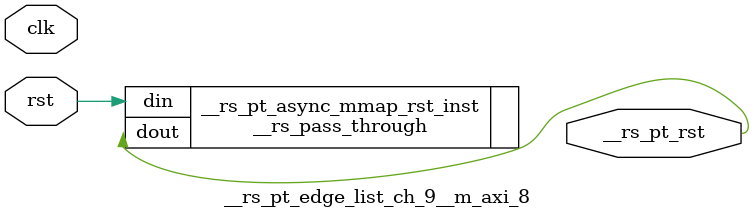
<source format=v>
`timescale 1 ns / 1 ps
/**   Generated by RapidStream   **/
module __rs_pt_edge_list_ch_9__m_axi_8 #(
    parameter BufferSize         = 32,
    parameter BufferSizeLog      = 5,
    parameter AddrWidth          = 64,
    parameter AxiSideAddrWidth   = 64,
    parameter DataWidth          = 512,
    parameter DataWidthBytesLog  = 6,
    parameter WaitTimeWidth      = 4,
    parameter BurstLenWidth      = 8,
    parameter EnableReadChannel  = 1,
    parameter EnableWriteChannel = 1,
    parameter MaxWaitTime        = 3,
    parameter MaxBurstLen        = 15
) (
    output wire __rs_pt_rst,
    input wire  clk,
    input wire  rst
);




__rs_pass_through #(
    .WIDTH (1)
) __rs_pt_async_mmap_rst_inst /**   Generated by RapidStream   **/ (
    .din  (rst),
    .dout (__rs_pt_rst)
);

endmodule  // __rs_pt_edge_list_ch_9__m_axi_8
</source>
